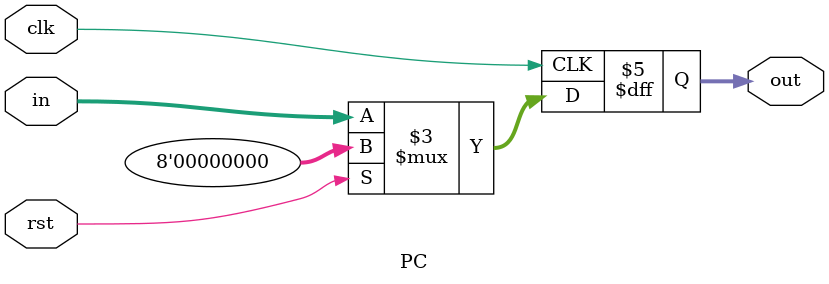
<source format=v>
module PC (in, clk, rst, out);

	input [7:0] in;
	input clk, rst;
	
	output reg [7:0] out;
	
	always @ (posedge clk) begin
		if (rst)
			out = 8'b0;
		else
			out = in;
	end
	
endmodule

</source>
